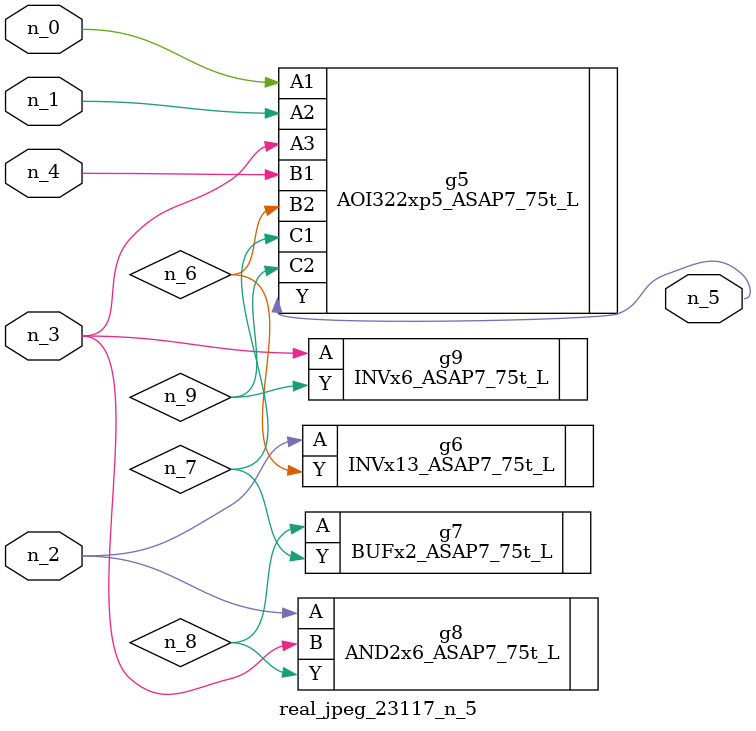
<source format=v>
module real_jpeg_23117_n_5 (n_4, n_0, n_1, n_2, n_3, n_5);

input n_4;
input n_0;
input n_1;
input n_2;
input n_3;

output n_5;

wire n_8;
wire n_6;
wire n_7;
wire n_9;

AOI322xp5_ASAP7_75t_L g5 ( 
.A1(n_0),
.A2(n_1),
.A3(n_3),
.B1(n_4),
.B2(n_6),
.C1(n_7),
.C2(n_9),
.Y(n_5)
);

INVx13_ASAP7_75t_L g6 ( 
.A(n_2),
.Y(n_6)
);

AND2x6_ASAP7_75t_L g8 ( 
.A(n_2),
.B(n_3),
.Y(n_8)
);

INVx6_ASAP7_75t_L g9 ( 
.A(n_3),
.Y(n_9)
);

BUFx2_ASAP7_75t_L g7 ( 
.A(n_8),
.Y(n_7)
);


endmodule
</source>
